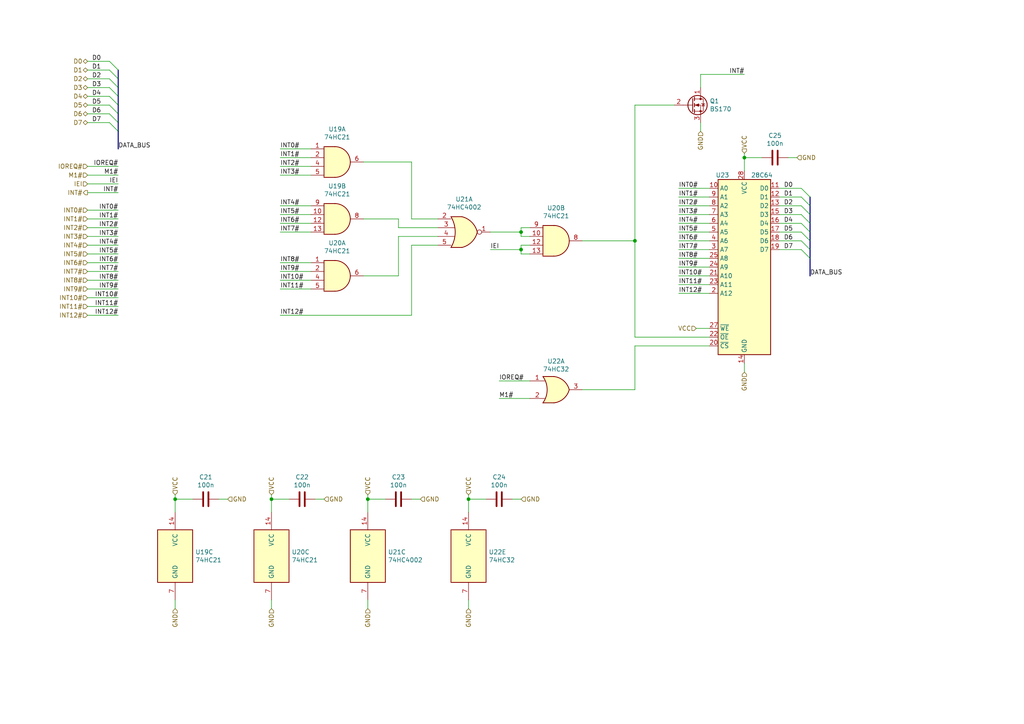
<source format=kicad_sch>
(kicad_sch (version 20211123) (generator eeschema)
  (paper "A4")
  (title_block (title "ZComputer I/O Interrupts control") (date "2021-10-14") (rev "v1.2") (company "Maxime Chretien") (comment 1 "mchretien@linuxmail.org"))
  (lib_symbols
    (symbol "Device:C" (pin_numbers hide) (pin_names (offset 0.254))
      (property "Reference" "C" (at 0.635 2.54 0))
      (property "Value" "C" (at 0.635 -2.54 0))
      (symbol "C_0_1"
        (polyline (pts (xy -2.032 -0.762) (xy 2.032 -0.762)) (stroke (width 0.508)))
        (polyline (pts (xy -2.032 0.762) (xy 2.032 0.762)) (stroke (width 0.508)))
      )
      (symbol "C_1_1"
        (pin passive line (at 0 3.81 270) (length 2.794) (name "~") (number "1"))
        (pin passive line (at 0 -3.81 90) (length 2.794) (name "~") (number "2"))
      )
    )
    (symbol "Perso:28C64"
      (property "Reference" "U" (at -7.62 26.67 0))
      (property "Value" "28C64" (at 2.54 -26.67 0))
      (symbol "28C64_1_1"
        (rectangle (start -7.62 25.4) (end 7.62 -25.4) (stroke (width 0.254)) (fill (type background)))
        (pin no_connect line (at -10.16 -12.7 0) (length 2.54) hide (name "A14") (number "1"))
        (pin input line (at -10.16 22.86 0) (length 2.54) (name "A0") (number "10"))
        (pin tri_state line (at 10.16 22.86 180) (length 2.54) (name "D0") (number "11"))
        (pin tri_state line (at 10.16 20.32 180) (length 2.54) (name "D1") (number "12"))
        (pin tri_state line (at 10.16 17.78 180) (length 2.54) (name "D2") (number "13"))
        (pin power_in line (at 0 -27.94 90) (length 2.54) (name "GND") (number "14"))
        (pin tri_state line (at 10.16 15.24 180) (length 2.54) (name "D3") (number "15"))
        (pin tri_state line (at 10.16 12.7 180) (length 2.54) (name "D4") (number "16"))
        (pin tri_state line (at 10.16 10.16 180) (length 2.54) (name "D5") (number "17"))
        (pin tri_state line (at 10.16 7.62 180) (length 2.54) (name "D6") (number "18"))
        (pin tri_state line (at 10.16 5.08 180) (length 2.54) (name "D7") (number "19"))
        (pin input line (at -10.16 -7.62 0) (length 2.54) (name "A12") (number "2"))
        (pin input line (at -10.16 -22.86 0) (length 2.54) (name "~{CS}") (number "20"))
        (pin input line (at -10.16 -2.54 0) (length 2.54) (name "A10") (number "21"))
        (pin input line (at -10.16 -20.32 0) (length 2.54) (name "~{OE}") (number "22"))
        (pin input line (at -10.16 -5.08 0) (length 2.54) (name "A11") (number "23"))
        (pin input line (at -10.16 0 0) (length 2.54) (name "A9") (number "24"))
        (pin input line (at -10.16 2.54 0) (length 2.54) (name "A8") (number "25"))
        (pin no_connect line (at -10.16 -10.16 0) (length 2.54) hide (name "A13") (number "26"))
        (pin input line (at -10.16 -17.78 0) (length 2.54) (name "~{WE}") (number "27"))
        (pin power_in line (at 0 27.94 270) (length 2.54) (name "VCC") (number "28"))
        (pin input line (at -10.16 5.08 0) (length 2.54) (name "A7") (number "3"))
        (pin input line (at -10.16 7.62 0) (length 2.54) (name "A6") (number "4"))
        (pin input line (at -10.16 10.16 0) (length 2.54) (name "A5") (number "5"))
        (pin input line (at -10.16 12.7 0) (length 2.54) (name "A4") (number "6"))
        (pin input line (at -10.16 15.24 0) (length 2.54) (name "A3") (number "7"))
        (pin input line (at -10.16 17.78 0) (length 2.54) (name "A2") (number "8"))
        (pin input line (at -10.16 20.32 0) (length 2.54) (name "A1") (number "9"))
      )
    )
    (symbol "Perso:74HC21" (pin_names (offset 1.016))
      (property "Reference" "U" (at 0 1.27 0))
      (property "Value" "74HC21" (at 0 -1.27 0))
      (symbol "74HC21_1_1"
        (arc (start -0.635 -4.445) (mid 3.81 0) (end -0.635 4.445) (stroke (width 0.254)) (fill (type background)))
        (polyline (pts (xy -0.635 4.445) (xy -3.81 4.445) (xy -3.81 -4.445) (xy -0.635 -4.445)) (stroke (width 0.254)) (fill (type background)))
        (pin input line (at -7.62 3.81 0) (length 3.81) (name "~") (number "1"))
        (pin input line (at -7.62 1.27 0) (length 3.81) (name "~") (number "2"))
        (pin input line (at -7.62 -1.27 0) (length 3.81) (name "~") (number "4"))
        (pin input line (at -7.62 -3.81 0) (length 3.81) (name "~") (number "5"))
        (pin output line (at 7.62 0 180) (length 3.81) (name "~") (number "6"))
      )
      (symbol "74HC21_1_2"
        (arc (start -3.81 -4.445) (mid -2.5908 0) (end -3.81 4.445) (stroke (width 0.254)))
        (arc (start -0.6096 -4.445) (mid 2.224 -2.8428) (end 3.81 0) (stroke (width 0.254)) (fill (type background)))
        (polyline (pts (xy -3.81 -4.445) (xy -0.635 -4.445)) (stroke (width 0.254)) (fill (type background)))
        (polyline (pts (xy -3.81 4.445) (xy -0.635 4.445)) (stroke (width 0.254)) (fill (type background)))
        (polyline (pts (xy -0.635 4.445) (xy -3.81 4.445) (xy -3.81 4.445) (xy -3.6322 4.0894) (xy -3.0988 2.921) (xy -2.7686 1.6764) (xy -2.6162 0.4318) (xy -2.6416 -0.8636) (xy -2.8702 -2.1082) (xy -3.2512 -3.3274) (xy -3.81 -4.445) (xy -3.81 -4.445) (xy -0.635 -4.445)) (stroke (width -25.4)) (fill (type background)))
        (arc (start 3.81 0) (mid 2.2198 2.8385) (end -0.6096 4.445) (stroke (width 0.254)) (fill (type background)))
        (pin input inverted (at -7.62 3.81 0) (length 3.81) (name "~") (number "1"))
        (pin input inverted (at -7.62 1.27 0) (length 4.826) (name "~") (number "2"))
        (pin input inverted (at -7.62 -1.27 0) (length 4.826) (name "~") (number "4"))
        (pin input inverted (at -7.62 -3.81 0) (length 3.81) (name "~") (number "5"))
        (pin output inverted (at 7.62 0 180) (length 3.81) (name "~") (number "6"))
      )
      (symbol "74HC21_2_1"
        (arc (start -0.635 -4.445) (mid 3.81 0) (end -0.635 4.445) (stroke (width 0.254)) (fill (type background)))
        (polyline (pts (xy -0.635 4.445) (xy -3.81 4.445) (xy -3.81 -4.445) (xy -0.635 -4.445)) (stroke (width 0.254)) (fill (type background)))
        (pin input line (at -7.62 1.27 0) (length 3.81) (name "~") (number "10"))
        (pin input line (at -7.62 -1.27 0) (length 3.81) (name "~") (number "12"))
        (pin input line (at -7.62 -3.81 0) (length 3.81) (name "~") (number "13"))
        (pin output line (at 7.62 0 180) (length 3.81) (name "~") (number "8"))
        (pin input line (at -7.62 3.81 0) (length 3.81) (name "~") (number "9"))
      )
      (symbol "74HC21_2_2"
        (arc (start -3.81 -4.445) (mid -2.5908 0) (end -3.81 4.445) (stroke (width 0.254)))
        (arc (start -0.6096 -4.445) (mid 2.224 -2.8428) (end 3.81 0) (stroke (width 0.254)) (fill (type background)))
        (polyline (pts (xy -3.81 -4.445) (xy -0.635 -4.445)) (stroke (width 0.254)) (fill (type background)))
        (polyline (pts (xy -3.81 4.445) (xy -0.635 4.445)) (stroke (width 0.254)) (fill (type background)))
        (polyline (pts (xy -0.635 4.445) (xy -3.81 4.445) (xy -3.81 4.445) (xy -3.6322 4.0894) (xy -3.0988 2.921) (xy -2.7686 1.6764) (xy -2.6162 0.4318) (xy -2.6416 -0.8636) (xy -2.8702 -2.1082) (xy -3.2512 -3.3274) (xy -3.81 -4.445) (xy -3.81 -4.445) (xy -0.635 -4.445)) (stroke (width -25.4)) (fill (type background)))
        (arc (start 3.81 0) (mid 2.2198 2.8385) (end -0.6096 4.445) (stroke (width 0.254)) (fill (type background)))
        (pin input inverted (at -7.62 1.27 0) (length 4.826) (name "~") (number "10"))
        (pin input inverted (at -7.62 -1.27 0) (length 4.826) (name "~") (number "12"))
        (pin input inverted (at -7.62 -3.81 0) (length 3.81) (name "~") (number "13"))
        (pin output inverted (at 7.62 0 180) (length 3.81) (name "~") (number "8"))
        (pin input inverted (at -7.62 3.81 0) (length 3.81) (name "~") (number "9"))
      )
      (symbol "74HC21_3_0"
        (pin power_in line (at 0 12.7 270) (length 5.08) (name "VCC") (number "14"))
        (pin power_in line (at 0 -12.7 90) (length 5.08) (name "GND") (number "7"))
      )
      (symbol "74HC21_3_1"
        (rectangle (start -5.08 7.62) (end 5.08 -7.62) (stroke (width 0.254)) (fill (type background)))
      )
    )
    (symbol "Perso:74HC32" (pin_names (offset 1.016))
      (property "Reference" "U" (at 0 1.27 0))
      (property "Value" "74HC32" (at 0 -1.27 0))
      (symbol "74HC32_1_1"
        (arc (start -3.81 -3.81) (mid -2.589 0) (end -3.81 3.81) (stroke (width 0.254)))
        (arc (start -0.6096 -3.81) (mid 2.1855 -2.584) (end 3.81 0) (stroke (width 0.254)) (fill (type background)))
        (polyline (pts (xy -3.81 -3.81) (xy -0.635 -3.81)) (stroke (width 0.254)) (fill (type background)))
        (polyline (pts (xy -3.81 3.81) (xy -0.635 3.81)) (stroke (width 0.254)) (fill (type background)))
        (polyline (pts (xy -0.635 3.81) (xy -3.81 3.81) (xy -3.81 3.81) (xy -3.556 3.4036) (xy -3.0226 2.2606) (xy -2.6924 1.0414) (xy -2.6162 -0.254) (xy -2.7686 -1.4986) (xy -3.175 -2.7178) (xy -3.81 -3.81) (xy -3.81 -3.81) (xy -0.635 -3.81)) (stroke (width -25.4)) (fill (type background)))
        (arc (start 3.81 0) (mid 2.1928 2.5925) (end -0.6096 3.81) (stroke (width 0.254)) (fill (type background)))
        (pin input line (at -7.62 2.54 0) (length 4.318) (name "~") (number "1"))
        (pin input line (at -7.62 -2.54 0) (length 4.318) (name "~") (number "2"))
        (pin output line (at 7.62 0 180) (length 3.81) (name "~") (number "3"))
      )
      (symbol "74HC32_1_2"
        (arc (start 0 -3.81) (mid 3.81 0) (end 0 3.81) (stroke (width 0.254)) (fill (type background)))
        (polyline (pts (xy 0 3.81) (xy -3.81 3.81) (xy -3.81 -3.81) (xy 0 -3.81)) (stroke (width 0.254)) (fill (type background)))
        (pin input inverted (at -7.62 2.54 0) (length 3.81) (name "~") (number "1"))
        (pin input inverted (at -7.62 -2.54 0) (length 3.81) (name "~") (number "2"))
        (pin output inverted (at 7.62 0 180) (length 3.81) (name "~") (number "3"))
      )
      (symbol "74HC32_2_1"
        (arc (start -3.81 -3.81) (mid -2.589 0) (end -3.81 3.81) (stroke (width 0.254)))
        (arc (start -0.6096 -3.81) (mid 2.1855 -2.584) (end 3.81 0) (stroke (width 0.254)) (fill (type background)))
        (polyline (pts (xy -3.81 -3.81) (xy -0.635 -3.81)) (stroke (width 0.254)) (fill (type background)))
        (polyline (pts (xy -3.81 3.81) (xy -0.635 3.81)) (stroke (width 0.254)) (fill (type background)))
        (polyline (pts (xy -0.635 3.81) (xy -3.81 3.81) (xy -3.81 3.81) (xy -3.556 3.4036) (xy -3.0226 2.2606) (xy -2.6924 1.0414) (xy -2.6162 -0.254) (xy -2.7686 -1.4986) (xy -3.175 -2.7178) (xy -3.81 -3.81) (xy -3.81 -3.81) (xy -0.635 -3.81)) (stroke (width -25.4)) (fill (type background)))
        (arc (start 3.81 0) (mid 2.1928 2.5925) (end -0.6096 3.81) (stroke (width 0.254)) (fill (type background)))
        (pin input line (at -7.62 2.54 0) (length 4.318) (name "~") (number "4"))
        (pin input line (at -7.62 -2.54 0) (length 4.318) (name "~") (number "5"))
        (pin output line (at 7.62 0 180) (length 3.81) (name "~") (number "6"))
      )
      (symbol "74HC32_2_2"
        (arc (start 0 -3.81) (mid 3.81 0) (end 0 3.81) (stroke (width 0.254)) (fill (type background)))
        (polyline (pts (xy 0 3.81) (xy -3.81 3.81) (xy -3.81 -3.81) (xy 0 -3.81)) (stroke (width 0.254)) (fill (type background)))
        (pin input inverted (at -7.62 2.54 0) (length 3.81) (name "~") (number "4"))
        (pin input inverted (at -7.62 -2.54 0) (length 3.81) (name "~") (number "5"))
        (pin output inverted (at 7.62 0 180) (length 3.81) (name "~") (number "6"))
      )
      (symbol "74HC32_3_1"
        (arc (start -3.81 -3.81) (mid -2.589 0) (end -3.81 3.81) (stroke (width 0.254)))
        (arc (start -0.6096 -3.81) (mid 2.1855 -2.584) (end 3.81 0) (stroke (width 0.254)) (fill (type background)))
        (polyline (pts (xy -3.81 -3.81) (xy -0.635 -3.81)) (stroke (width 0.254)) (fill (type background)))
        (polyline (pts (xy -3.81 3.81) (xy -0.635 3.81)) (stroke (width 0.254)) (fill (type background)))
        (polyline (pts (xy -0.635 3.81) (xy -3.81 3.81) (xy -3.81 3.81) (xy -3.556 3.4036) (xy -3.0226 2.2606) (xy -2.6924 1.0414) (xy -2.6162 -0.254) (xy -2.7686 -1.4986) (xy -3.175 -2.7178) (xy -3.81 -3.81) (xy -3.81 -3.81) (xy -0.635 -3.81)) (stroke (width -25.4)) (fill (type background)))
        (arc (start 3.81 0) (mid 2.1928 2.5925) (end -0.6096 3.81) (stroke (width 0.254)) (fill (type background)))
        (pin input line (at -7.62 -2.54 0) (length 4.318) (name "~") (number "10"))
        (pin output line (at 7.62 0 180) (length 3.81) (name "~") (number "8"))
        (pin input line (at -7.62 2.54 0) (length 4.318) (name "~") (number "9"))
      )
      (symbol "74HC32_3_2"
        (arc (start 0 -3.81) (mid 3.81 0) (end 0 3.81) (stroke (width 0.254)) (fill (type background)))
        (polyline (pts (xy 0 3.81) (xy -3.81 3.81) (xy -3.81 -3.81) (xy 0 -3.81)) (stroke (width 0.254)) (fill (type background)))
        (pin input inverted (at -7.62 -2.54 0) (length 3.81) (name "~") (number "10"))
        (pin output inverted (at 7.62 0 180) (length 3.81) (name "~") (number "8"))
        (pin input inverted (at -7.62 2.54 0) (length 3.81) (name "~") (number "9"))
      )
      (symbol "74HC32_4_1"
        (arc (start -3.81 -3.81) (mid -2.589 0) (end -3.81 3.81) (stroke (width 0.254)))
        (arc (start -0.6096 -3.81) (mid 2.1855 -2.584) (end 3.81 0) (stroke (width 0.254)) (fill (type background)))
        (polyline (pts (xy -3.81 -3.81) (xy -0.635 -3.81)) (stroke (width 0.254)) (fill (type background)))
        (polyline (pts (xy -3.81 3.81) (xy -0.635 3.81)) (stroke (width 0.254)) (fill (type background)))
        (polyline (pts (xy -0.635 3.81) (xy -3.81 3.81) (xy -3.81 3.81) (xy -3.556 3.4036) (xy -3.0226 2.2606) (xy -2.6924 1.0414) (xy -2.6162 -0.254) (xy -2.7686 -1.4986) (xy -3.175 -2.7178) (xy -3.81 -3.81) (xy -3.81 -3.81) (xy -0.635 -3.81)) (stroke (width -25.4)) (fill (type background)))
        (arc (start 3.81 0) (mid 2.1928 2.5925) (end -0.6096 3.81) (stroke (width 0.254)) (fill (type background)))
        (pin output line (at 7.62 0 180) (length 3.81) (name "~") (number "11"))
        (pin input line (at -7.62 2.54 0) (length 4.318) (name "~") (number "12"))
        (pin input line (at -7.62 -2.54 0) (length 4.318) (name "~") (number "13"))
      )
      (symbol "74HC32_4_2"
        (arc (start 0 -3.81) (mid 3.81 0) (end 0 3.81) (stroke (width 0.254)) (fill (type background)))
        (polyline (pts (xy 0 3.81) (xy -3.81 3.81) (xy -3.81 -3.81) (xy 0 -3.81)) (stroke (width 0.254)) (fill (type background)))
        (pin output inverted (at 7.62 0 180) (length 3.81) (name "~") (number "11"))
        (pin input inverted (at -7.62 2.54 0) (length 3.81) (name "~") (number "12"))
        (pin input inverted (at -7.62 -2.54 0) (length 3.81) (name "~") (number "13"))
      )
      (symbol "74HC32_5_0"
        (pin power_in line (at 0 12.7 270) (length 5.08) (name "VCC") (number "14"))
        (pin power_in line (at 0 -12.7 90) (length 5.08) (name "GND") (number "7"))
      )
      (symbol "74HC32_5_1"
        (rectangle (start -5.08 7.62) (end 5.08 -7.62) (stroke (width 0.254)) (fill (type background)))
      )
    )
    (symbol "Perso:74HC4002" (pin_names (offset 1.016))
      (property "Reference" "U" (at 0 1.27 0))
      (property "Value" "74HC4002" (at 0 -1.27 0))
      (symbol "74HC4002_1_1"
        (arc (start -3.81 -4.445) (mid -2.5908 0) (end -3.81 4.445) (stroke (width 0.254)))
        (arc (start -0.6096 -4.445) (mid 2.224 -2.8428) (end 3.81 0) (stroke (width 0.254)) (fill (type background)))
        (polyline (pts (xy -3.81 -4.445) (xy -0.635 -4.445)) (stroke (width 0.254)) (fill (type background)))
        (polyline (pts (xy -3.81 4.445) (xy -0.635 4.445)) (stroke (width 0.254)) (fill (type background)))
        (polyline (pts (xy -0.635 4.445) (xy -3.81 4.445) (xy -3.81 4.445) (xy -3.6322 4.0894) (xy -3.0988 2.921) (xy -2.7686 1.6764) (xy -2.6162 0.4318) (xy -2.6416 -0.8636) (xy -2.8702 -2.1082) (xy -3.2512 -3.3274) (xy -3.81 -4.445) (xy -3.81 -4.445) (xy -0.635 -4.445)) (stroke (width -25.4)) (fill (type background)))
        (arc (start 3.81 0) (mid 2.2198 2.8385) (end -0.6096 4.445) (stroke (width 0.254)) (fill (type background)))
        (pin output inverted (at 7.62 0 180) (length 3.81) (name "~") (number "1"))
        (pin input line (at -7.62 3.81 0) (length 3.81) (name "~") (number "2"))
        (pin input line (at -7.62 1.27 0) (length 4.826) (name "~") (number "3"))
        (pin input line (at -7.62 -1.27 0) (length 4.826) (name "~") (number "4"))
        (pin input line (at -7.62 -3.81 0) (length 3.81) (name "~") (number "5"))
      )
      (symbol "74HC4002_1_2"
        (arc (start -0.635 -4.445) (mid 3.81 0) (end -0.635 4.445) (stroke (width 0.254)) (fill (type background)))
        (polyline (pts (xy -0.635 4.445) (xy -3.81 4.445) (xy -3.81 -4.445) (xy -0.635 -4.445)) (stroke (width 0.254)) (fill (type background)))
        (pin output line (at 7.62 0 180) (length 3.81) (name "~") (number "1"))
        (pin input inverted (at -7.62 3.81 0) (length 3.81) (name "~") (number "2"))
        (pin input inverted (at -7.62 1.27 0) (length 3.81) (name "~") (number "3"))
        (pin input inverted (at -7.62 -1.27 0) (length 3.81) (name "~") (number "4"))
        (pin input inverted (at -7.62 -3.81 0) (length 3.81) (name "~") (number "5"))
      )
      (symbol "74HC4002_2_1"
        (arc (start -3.81 -4.445) (mid -2.5908 0) (end -3.81 4.445) (stroke (width 0.254)))
        (arc (start -0.6096 -4.445) (mid 2.224 -2.8428) (end 3.81 0) (stroke (width 0.254)) (fill (type background)))
        (polyline (pts (xy -3.81 -4.445) (xy -0.635 -4.445)) (stroke (width 0.254)) (fill (type background)))
        (polyline (pts (xy -3.81 4.445) (xy -0.635 4.445)) (stroke (width 0.254)) (fill (type background)))
        (polyline (pts (xy -0.635 4.445) (xy -3.81 4.445) (xy -3.81 4.445) (xy -3.6322 4.0894) (xy -3.0988 2.921) (xy -2.7686 1.6764) (xy -2.6162 0.4318) (xy -2.6416 -0.8636) (xy -2.8702 -2.1082) (xy -3.2512 -3.3274) (xy -3.81 -4.445) (xy -3.81 -4.445) (xy -0.635 -4.445)) (stroke (width -25.4)) (fill (type background)))
        (arc (start 3.81 0) (mid 2.2198 2.8385) (end -0.6096 4.445) (stroke (width 0.254)) (fill (type background)))
        (pin input line (at -7.62 1.27 0) (length 4.826) (name "~") (number "10"))
        (pin input line (at -7.62 -1.27 0) (length 4.826) (name "~") (number "11"))
        (pin input line (at -7.62 -3.81 0) (length 3.81) (name "~") (number "12"))
        (pin output inverted (at 7.62 0 180) (length 3.81) (name "~") (number "13"))
        (pin input line (at -7.62 3.81 0) (length 3.81) (name "~") (number "9"))
      )
      (symbol "74HC4002_2_2"
        (arc (start -0.635 -4.445) (mid 3.81 0) (end -0.635 4.445) (stroke (width 0.254)) (fill (type background)))
        (polyline (pts (xy -0.635 4.445) (xy -3.81 4.445) (xy -3.81 -4.445) (xy -0.635 -4.445)) (stroke (width 0.254)) (fill (type background)))
        (pin input inverted (at -7.62 1.27 0) (length 3.81) (name "~") (number "10"))
        (pin input inverted (at -7.62 -1.27 0) (length 3.81) (name "~") (number "11"))
        (pin input inverted (at -7.62 -3.81 0) (length 3.81) (name "~") (number "12"))
        (pin output line (at 7.62 0 180) (length 3.81) (name "~") (number "13"))
        (pin input inverted (at -7.62 3.81 0) (length 3.81) (name "~") (number "9"))
      )
      (symbol "74HC4002_3_0"
        (pin power_in line (at 0 12.7 270) (length 5.08) (name "VCC") (number "14"))
        (pin power_in line (at 0 -12.7 90) (length 5.08) (name "GND") (number "7"))
      )
      (symbol "74HC4002_3_1"
        (rectangle (start -5.08 7.62) (end 5.08 -7.62) (stroke (width 0.254)) (fill (type background)))
      )
    )
    (symbol "Transistor_FET:BS170" (pin_names hide)
      (property "Reference" "Q" (at 5.08 1.905 0))
      (property "Value" "BS170" (at 5.08 0 0))
      (symbol "BS170_0_1"
        (polyline (pts (xy 0.254 0) (xy -2.54 0)))
        (polyline (pts (xy 0.254 1.905) (xy 0.254 -1.905)) (stroke (width 0.254)))
        (polyline (pts (xy 0.762 -1.27) (xy 0.762 -2.286)) (stroke (width 0.254)))
        (polyline (pts (xy 0.762 0.508) (xy 0.762 -0.508)) (stroke (width 0.254)))
        (polyline (pts (xy 0.762 2.286) (xy 0.762 1.27)) (stroke (width 0.254)))
        (polyline (pts (xy 2.54 2.54) (xy 2.54 1.778)))
        (polyline (pts (xy 2.54 -2.54) (xy 2.54 0) (xy 0.762 0)))
        (polyline (pts (xy 0.762 -1.778) (xy 3.302 -1.778) (xy 3.302 1.778) (xy 0.762 1.778)))
        (polyline (pts (xy 1.016 0) (xy 2.032 0.381) (xy 2.032 -0.381) (xy 1.016 0)) (fill (type outline)))
        (polyline (pts (xy 2.794 0.508) (xy 2.921 0.381) (xy 3.683 0.381) (xy 3.81 0.254)))
        (polyline (pts (xy 3.302 0.381) (xy 2.921 -0.254) (xy 3.683 -0.254) (xy 3.302 0.381)))
        (circle (center 1.651 0) (radius 2.794) (stroke (width 0.254)))
        (circle (center 2.54 -1.778) (radius 0.254) (fill (type outline)))
        (circle (center 2.54 1.778) (radius 0.254) (fill (type outline)))
      )
      (symbol "BS170_1_1"
        (pin passive line (at 2.54 5.08 270) (length 2.54) (name "D") (number "1"))
        (pin input line (at -5.08 0 0) (length 2.54) (name "G") (number "2"))
        (pin passive line (at 2.54 -5.08 90) (length 2.54) (name "S") (number "3"))
      )
    )
  )
  (junction (at 215.9 45.72))
  (junction (at 106.68 144.78))
  (junction (at 78.74 144.78))
  (junction (at 50.8 144.78))
  (junction (at 135.89 144.78))
  (junction (at 184.15 69.85))
  (junction (at 151.13 72.39))
  (junction (at 151.13 67.31))
  (bus_entry (at 232.41 57.15) (size 2.54 2.54))
  (bus_entry (at 232.41 64.77) (size 2.54 2.54))
  (bus_entry (at 232.41 67.31) (size 2.54 2.54))
  (bus_entry (at 232.41 69.85) (size 2.54 2.54))
  (bus_entry (at 31.75 33.02) (size 2.54 2.54))
  (bus_entry (at 31.75 27.94) (size 2.54 2.54))
  (bus_entry (at 31.75 17.78) (size 2.54 2.54))
  (bus_entry (at 31.75 22.86) (size 2.54 2.54))
  (bus_entry (at 232.41 59.69) (size 2.54 2.54))
  (bus_entry (at 31.75 25.4) (size 2.54 2.54))
  (bus_entry (at 31.75 20.32) (size 2.54 2.54))
  (bus_entry (at 232.41 54.61) (size 2.54 2.54))
  (bus_entry (at 232.41 62.23) (size 2.54 2.54))
  (bus_entry (at 232.41 72.39) (size 2.54 2.54))
  (bus_entry (at 31.75 30.48) (size 2.54 2.54))
  (bus_entry (at 31.75 35.56) (size 2.54 2.54))
  (wire (pts (xy 25.4 63.5) (xy 34.29 63.5)))
  (wire (pts (xy 151.13 67.31) (xy 142.24 67.31)))
  (wire (pts (xy 25.4 35.56) (xy 31.75 35.56)))
  (wire (pts (xy 31.75 17.78) (xy 25.4 17.78)))
  (wire (pts (xy 25.4 50.8) (xy 34.29 50.8)))
  (wire (pts (xy 151.13 68.58) (xy 151.13 67.31)))
  (wire (pts (xy 106.68 143.51) (xy 106.68 144.78)))
  (wire (pts (xy 151.13 66.04) (xy 153.67 66.04)))
  (wire (pts (xy 105.41 46.99) (xy 119.38 46.99)))
  (wire (pts (xy 232.41 54.61) (xy 226.06 54.61)))
  (wire (pts (xy 90.17 50.8) (xy 81.28 50.8)))
  (wire (pts (xy 25.4 78.74) (xy 34.29 78.74)))
  (wire (pts (xy 90.17 59.69) (xy 81.28 59.69)))
  (wire (pts (xy 215.9 44.45) (xy 215.9 45.72)))
  (wire (pts (xy 25.4 91.44) (xy 34.29 91.44)))
  (bus (pts (xy 34.29 27.94) (xy 34.29 30.48)))
  (wire (pts (xy 63.5 144.78) (xy 66.04 144.78)))
  (wire (pts (xy 111.76 144.78) (xy 106.68 144.78)))
  (wire (pts (xy 25.4 25.4) (xy 31.75 25.4)))
  (bus (pts (xy 234.95 72.39) (xy 234.95 74.93)))
  (bus (pts (xy 34.29 30.48) (xy 34.29 33.02)))
  (wire (pts (xy 78.74 143.51) (xy 78.74 144.78)))
  (wire (pts (xy 25.4 71.12) (xy 34.29 71.12)))
  (wire (pts (xy 25.4 66.04) (xy 34.29 66.04)))
  (wire (pts (xy 205.74 85.09) (xy 196.85 85.09)))
  (wire (pts (xy 184.15 113.03) (xy 168.91 113.03)))
  (wire (pts (xy 83.82 144.78) (xy 78.74 144.78)))
  (wire (pts (xy 25.4 81.28) (xy 34.29 81.28)))
  (wire (pts (xy 151.13 67.31) (xy 151.13 66.04)))
  (wire (pts (xy 115.57 68.58) (xy 127 68.58)))
  (wire (pts (xy 226.06 64.77) (xy 232.41 64.77)))
  (wire (pts (xy 226.06 69.85) (xy 232.41 69.85)))
  (wire (pts (xy 184.15 30.48) (xy 184.15 69.85)))
  (wire (pts (xy 140.97 144.78) (xy 135.89 144.78)))
  (wire (pts (xy 34.29 48.26) (xy 25.4 48.26)))
  (bus (pts (xy 34.29 35.56) (xy 34.29 38.1)))
  (wire (pts (xy 25.4 88.9) (xy 34.29 88.9)))
  (wire (pts (xy 226.06 59.69) (xy 232.41 59.69)))
  (wire (pts (xy 144.78 110.49) (xy 153.67 110.49)))
  (wire (pts (xy 205.74 72.39) (xy 196.85 72.39)))
  (wire (pts (xy 205.74 57.15) (xy 196.85 57.15)))
  (wire (pts (xy 90.17 76.2) (xy 81.28 76.2)))
  (bus (pts (xy 234.95 74.93) (xy 234.95 80.01)))
  (wire (pts (xy 119.38 144.78) (xy 121.92 144.78)))
  (wire (pts (xy 135.89 173.99) (xy 135.89 176.53)))
  (wire (pts (xy 25.4 55.88) (xy 34.29 55.88)))
  (wire (pts (xy 25.4 76.2) (xy 34.29 76.2)))
  (wire (pts (xy 90.17 45.72) (xy 81.28 45.72)))
  (wire (pts (xy 205.74 80.01) (xy 196.85 80.01)))
  (wire (pts (xy 151.13 72.39) (xy 142.24 72.39)))
  (wire (pts (xy 50.8 143.51) (xy 50.8 144.78)))
  (wire (pts (xy 226.06 62.23) (xy 232.41 62.23)))
  (wire (pts (xy 90.17 81.28) (xy 81.28 81.28)))
  (wire (pts (xy 115.57 80.01) (xy 115.57 68.58)))
  (wire (pts (xy 119.38 71.12) (xy 119.38 91.44)))
  (bus (pts (xy 234.95 64.77) (xy 234.95 67.31)))
  (wire (pts (xy 203.2 21.59) (xy 215.9 21.59)))
  (wire (pts (xy 195.58 30.48) (xy 184.15 30.48)))
  (wire (pts (xy 205.74 54.61) (xy 196.85 54.61)))
  (wire (pts (xy 127 66.04) (xy 115.57 66.04)))
  (wire (pts (xy 90.17 67.31) (xy 81.28 67.31)))
  (wire (pts (xy 148.59 144.78) (xy 151.13 144.78)))
  (wire (pts (xy 115.57 66.04) (xy 115.57 63.5)))
  (wire (pts (xy 205.74 69.85) (xy 196.85 69.85)))
  (wire (pts (xy 168.91 69.85) (xy 184.15 69.85)))
  (wire (pts (xy 90.17 48.26) (xy 81.28 48.26)))
  (wire (pts (xy 220.98 45.72) (xy 215.9 45.72)))
  (wire (pts (xy 90.17 62.23) (xy 81.28 62.23)))
  (wire (pts (xy 203.2 35.56) (xy 203.2 38.1)))
  (wire (pts (xy 25.4 33.02) (xy 31.75 33.02)))
  (wire (pts (xy 205.74 74.93) (xy 196.85 74.93)))
  (bus (pts (xy 34.29 33.02) (xy 34.29 35.56)))
  (wire (pts (xy 105.41 80.01) (xy 115.57 80.01)))
  (wire (pts (xy 205.74 62.23) (xy 196.85 62.23)))
  (wire (pts (xy 78.74 144.78) (xy 78.74 148.59)))
  (wire (pts (xy 226.06 72.39) (xy 232.41 72.39)))
  (wire (pts (xy 106.68 144.78) (xy 106.68 148.59)))
  (wire (pts (xy 55.88 144.78) (xy 50.8 144.78)))
  (bus (pts (xy 234.95 67.31) (xy 234.95 69.85)))
  (wire (pts (xy 90.17 83.82) (xy 81.28 83.82)))
  (wire (pts (xy 115.57 63.5) (xy 105.41 63.5)))
  (wire (pts (xy 226.06 67.31) (xy 232.41 67.31)))
  (wire (pts (xy 184.15 97.79) (xy 205.74 97.79)))
  (wire (pts (xy 153.67 73.66) (xy 151.13 73.66)))
  (wire (pts (xy 78.74 173.99) (xy 78.74 176.53)))
  (wire (pts (xy 205.74 77.47) (xy 196.85 77.47)))
  (wire (pts (xy 153.67 71.12) (xy 151.13 71.12)))
  (wire (pts (xy 25.4 83.82) (xy 34.29 83.82)))
  (bus (pts (xy 34.29 20.32) (xy 34.29 22.86)))
  (wire (pts (xy 25.4 86.36) (xy 34.29 86.36)))
  (wire (pts (xy 90.17 43.18) (xy 81.28 43.18)))
  (wire (pts (xy 228.6 45.72) (xy 231.14 45.72)))
  (wire (pts (xy 119.38 46.99) (xy 119.38 63.5)))
  (wire (pts (xy 135.89 144.78) (xy 135.89 148.59)))
  (wire (pts (xy 205.74 95.25) (xy 201.93 95.25)))
  (wire (pts (xy 25.4 53.34) (xy 34.29 53.34)))
  (wire (pts (xy 25.4 30.48) (xy 31.75 30.48)))
  (wire (pts (xy 153.67 68.58) (xy 151.13 68.58)))
  (wire (pts (xy 25.4 73.66) (xy 34.29 73.66)))
  (bus (pts (xy 34.29 22.86) (xy 34.29 25.4)))
  (wire (pts (xy 50.8 144.78) (xy 50.8 148.59)))
  (bus (pts (xy 234.95 62.23) (xy 234.95 64.77)))
  (wire (pts (xy 226.06 57.15) (xy 232.41 57.15)))
  (wire (pts (xy 205.74 100.33) (xy 184.15 100.33)))
  (wire (pts (xy 91.44 144.78) (xy 93.98 144.78)))
  (wire (pts (xy 25.4 60.96) (xy 34.29 60.96)))
  (wire (pts (xy 106.68 173.99) (xy 106.68 176.53)))
  (wire (pts (xy 25.4 20.32) (xy 31.75 20.32)))
  (wire (pts (xy 153.67 115.57) (xy 144.78 115.57)))
  (wire (pts (xy 205.74 59.69) (xy 196.85 59.69)))
  (wire (pts (xy 90.17 64.77) (xy 81.28 64.77)))
  (wire (pts (xy 119.38 63.5) (xy 127 63.5)))
  (wire (pts (xy 81.28 91.44) (xy 119.38 91.44)))
  (bus (pts (xy 234.95 59.69) (xy 234.95 62.23)))
  (wire (pts (xy 184.15 69.85) (xy 184.15 97.79)))
  (bus (pts (xy 234.95 57.15) (xy 234.95 59.69)))
  (wire (pts (xy 151.13 73.66) (xy 151.13 72.39)))
  (wire (pts (xy 25.4 27.94) (xy 31.75 27.94)))
  (wire (pts (xy 215.9 105.41) (xy 215.9 107.95)))
  (wire (pts (xy 135.89 143.51) (xy 135.89 144.78)))
  (wire (pts (xy 205.74 82.55) (xy 196.85 82.55)))
  (wire (pts (xy 25.4 68.58) (xy 34.29 68.58)))
  (bus (pts (xy 234.95 69.85) (xy 234.95 72.39)))
  (wire (pts (xy 127 71.12) (xy 119.38 71.12)))
  (wire (pts (xy 25.4 22.86) (xy 31.75 22.86)))
  (wire (pts (xy 205.74 64.77) (xy 196.85 64.77)))
  (wire (pts (xy 50.8 173.99) (xy 50.8 176.53)))
  (wire (pts (xy 203.2 21.59) (xy 203.2 25.4)))
  (bus (pts (xy 34.29 38.1) (xy 34.29 43.18)))
  (wire (pts (xy 151.13 71.12) (xy 151.13 72.39)))
  (bus (pts (xy 34.29 25.4) (xy 34.29 27.94)))
  (wire (pts (xy 215.9 45.72) (xy 215.9 49.53)))
  (wire (pts (xy 184.15 100.33) (xy 184.15 113.03)))
  (wire (pts (xy 205.74 67.31) (xy 196.85 67.31)))
  (wire (pts (xy 90.17 78.74) (xy 81.28 78.74)))
  (label "INT10#" (at 34.29 86.36 180))
  (label "D2" (at 227.33 59.69 0))
  (label "INT11#" (at 196.85 82.55 0))
  (label "INT12#" (at 196.85 85.09 0))
  (label "INT6#" (at 34.29 76.2 180))
  (label "INT11#" (at 81.28 83.82 0))
  (label "INT4#" (at 196.85 64.77 0))
  (label "D1" (at 227.33 57.15 0))
  (label "M1#" (at 144.78 115.57 0))
  (label "INT6#" (at 196.85 69.85 0))
  (label "INT0#" (at 34.29 60.96 180))
  (label "D3" (at 26.67 25.4 0))
  (label "D5" (at 26.67 30.48 0))
  (label "D1" (at 26.67 20.32 0))
  (label "INT9#" (at 196.85 77.47 0))
  (label "INT3#" (at 81.28 50.8 0))
  (label "INT0#" (at 196.85 54.61 0))
  (label "INT9#" (at 81.28 78.74 0))
  (label "INT5#" (at 196.85 67.31 0))
  (label "INT6#" (at 81.28 64.77 0))
  (label "INT7#" (at 81.28 67.31 0))
  (label "IEI" (at 142.24 72.39 0))
  (label "D7" (at 227.33 72.39 0))
  (label "INT8#" (at 81.28 76.2 0))
  (label "INT4#" (at 81.28 59.69 0))
  (label "INT9#" (at 34.29 83.82 180))
  (label "DATA_BUS" (at 34.29 43.18 0))
  (label "INT1#" (at 34.29 63.5 180))
  (label "D7" (at 26.67 35.56 0))
  (label "INT7#" (at 34.29 78.74 180))
  (label "INT10#" (at 196.85 80.01 0))
  (label "INT5#" (at 34.29 73.66 180))
  (label "INT1#" (at 81.28 45.72 0))
  (label "D0" (at 26.67 17.78 0))
  (label "D4" (at 227.33 64.77 0))
  (label "D6" (at 26.67 33.02 0))
  (label "INT8#" (at 34.29 81.28 180))
  (label "IOREQ#" (at 144.78 110.49 0))
  (label "INT5#" (at 81.28 62.23 0))
  (label "INT7#" (at 196.85 72.39 0))
  (label "INT1#" (at 196.85 57.15 0))
  (label "INT#" (at 34.29 55.88 180))
  (label "INT11#" (at 34.29 88.9 180))
  (label "INT3#" (at 196.85 62.23 0))
  (label "D2" (at 26.67 22.86 0))
  (label "D5" (at 227.33 67.31 0))
  (label "D0" (at 227.33 54.61 0))
  (label "D6" (at 227.33 69.85 0))
  (label "D4" (at 26.67 27.94 0))
  (label "INT#" (at 215.9 21.59 180))
  (label "D3" (at 227.33 62.23 0))
  (label "DATA_BUS" (at 234.95 80.01 0))
  (label "IOREQ#" (at 34.29 48.26 180))
  (label "INT3#" (at 34.29 68.58 180))
  (label "INT2#" (at 34.29 66.04 180))
  (label "INT10#" (at 81.28 81.28 0))
  (label "IEI" (at 34.29 53.34 180))
  (label "INT4#" (at 34.29 71.12 180))
  (label "INT12#" (at 34.29 91.44 180))
  (label "INT8#" (at 196.85 74.93 0))
  (label "INT2#" (at 196.85 59.69 0))
  (label "INT0#" (at 81.28 43.18 0))
  (label "INT2#" (at 81.28 48.26 0))
  (label "M1#" (at 34.29 50.8 180))
  (label "INT12#" (at 81.28 91.44 0))
  (hierarchical_label "D5" (shape bidirectional) (at 25.4 30.48 180))
  (hierarchical_label "VCC" (shape input) (at 201.93 95.25 180))
  (hierarchical_label "INT10#" (shape input) (at 25.4 86.36 180))
  (hierarchical_label "INT3#" (shape input) (at 25.4 68.58 180))
  (hierarchical_label "VCC" (shape input) (at 78.74 143.51 90))
  (hierarchical_label "D0" (shape bidirectional) (at 25.4 17.78 180))
  (hierarchical_label "GND" (shape input) (at 50.8 176.53 270))
  (hierarchical_label "D7" (shape bidirectional) (at 25.4 35.56 180))
  (hierarchical_label "INT7#" (shape input) (at 25.4 78.74 180))
  (hierarchical_label "INT4#" (shape input) (at 25.4 71.12 180))
  (hierarchical_label "GND" (shape input) (at 203.2 38.1 270))
  (hierarchical_label "D6" (shape bidirectional) (at 25.4 33.02 180))
  (hierarchical_label "INT2#" (shape input) (at 25.4 66.04 180))
  (hierarchical_label "GND" (shape input) (at 93.98 144.78 0))
  (hierarchical_label "VCC" (shape input) (at 215.9 44.45 90))
  (hierarchical_label "IOREQ#" (shape input) (at 25.4 48.26 180))
  (hierarchical_label "INT0#" (shape input) (at 25.4 60.96 180))
  (hierarchical_label "INT9#" (shape input) (at 25.4 83.82 180))
  (hierarchical_label "INT8#" (shape input) (at 25.4 81.28 180))
  (hierarchical_label "D3" (shape bidirectional) (at 25.4 25.4 180))
  (hierarchical_label "GND" (shape input) (at 231.14 45.72 0))
  (hierarchical_label "D2" (shape bidirectional) (at 25.4 22.86 180))
  (hierarchical_label "GND" (shape input) (at 135.89 176.53 270))
  (hierarchical_label "INT5#" (shape input) (at 25.4 73.66 180))
  (hierarchical_label "INT1#" (shape input) (at 25.4 63.5 180))
  (hierarchical_label "GND" (shape input) (at 106.68 176.53 270))
  (hierarchical_label "GND" (shape input) (at 121.92 144.78 0))
  (hierarchical_label "GND" (shape input) (at 66.04 144.78 0))
  (hierarchical_label "GND" (shape input) (at 78.74 176.53 270))
  (hierarchical_label "VCC" (shape input) (at 135.89 143.51 90))
  (hierarchical_label "VCC" (shape input) (at 106.68 143.51 90))
  (hierarchical_label "IEI" (shape input) (at 25.4 53.34 180))
  (hierarchical_label "INT11#" (shape input) (at 25.4 88.9 180))
  (hierarchical_label "INT12#" (shape input) (at 25.4 91.44 180))
  (hierarchical_label "GND" (shape input) (at 151.13 144.78 0))
  (hierarchical_label "VCC" (shape input) (at 50.8 143.51 90))
  (hierarchical_label "INT#" (shape output) (at 25.4 55.88 180))
  (hierarchical_label "GND" (shape input) (at 215.9 107.95 270))
  (hierarchical_label "INT6#" (shape input) (at 25.4 76.2 180))
  (hierarchical_label "M1#" (shape input) (at 25.4 50.8 180))
  (hierarchical_label "D1" (shape bidirectional) (at 25.4 20.32 180))
  (hierarchical_label "D4" (shape bidirectional) (at 25.4 27.94 180))
  (symbol (lib_id "Transistor_FET:BS170") (at 200.66 30.48 0) (unit 1)
    (property "Reference" "Q1" (at 205.8416 29.3116 0) (effects (justify left)))
    (property "Value" "BS170" (at 205.8416 31.623 0) (effects (justify left)))
    (property "Footprint" "Package_TO_SOT_THT:TO-92_Inline" (effects hide))
    (property "Datasheet" "https://www.onsemi.com/pub/Collateral/BS170-D.PDF" (effects hide))
  )
  (symbol (lib_id "Perso:28C64") (at 215.9 77.47 0) (unit 1)
    (property "Reference" "U23" (at 209.55 50.8 0))
    (property "Value" "28C64" (at 220.98 50.8 0))
    (property "Datasheet" "http://ww1.microchip.com/downloads/en/DeviceDoc/doc0006.pdf" (effects hide))
  )
  (symbol (lib_id "Perso:74HC4002") (at 134.62 67.31 0) (unit 1)
    (property "Reference" "U21" (at 134.62 57.785 0))
    (property "Value" "74HC4002" (at 134.62 60.0964 0))
  )
  (symbol (lib_id "Perso:74HC4002") (at 106.68 161.29 0) (unit 3)
    (property "Reference" "U21" (at 112.522 160.1216 0) (effects (justify left)))
    (property "Value" "74HC4002" (at 112.522 162.433 0) (effects (justify left)))
  )
  (symbol (lib_id "Perso:74HC21") (at 97.79 46.99 0) (unit 1)
    (property "Reference" "U19" (at 97.79 37.465 0))
    (property "Value" "74HC21" (at 97.79 39.7764 0))
    (property "Datasheet" "http://www.ti.com/lit/gpn/sn74LS21" (effects hide))
  )
  (symbol (lib_id "Perso:74HC21") (at 97.79 63.5 0) (unit 2)
    (property "Reference" "U19" (at 97.79 53.975 0))
    (property "Value" "74HC21" (at 97.79 56.2864 0))
    (property "Datasheet" "http://www.ti.com/lit/gpn/sn74LS21" (effects hide))
  )
  (symbol (lib_id "Perso:74HC21") (at 50.8 161.29 0) (unit 3)
    (property "Reference" "U19" (at 56.642 160.1216 0) (effects (justify left)))
    (property "Value" "74HC21" (at 56.642 162.433 0) (effects (justify left)))
    (property "Datasheet" "http://www.ti.com/lit/gpn/sn74LS21" (effects hide))
  )
  (symbol (lib_id "Perso:74HC21") (at 97.79 80.01 0) (unit 1)
    (property "Reference" "U20" (at 97.79 70.485 0))
    (property "Value" "74HC21" (at 97.79 72.7964 0))
    (property "Datasheet" "http://www.ti.com/lit/gpn/sn74LS21" (effects hide))
  )
  (symbol (lib_id "Perso:74HC21") (at 161.29 69.85 0) (unit 2)
    (property "Reference" "U20" (at 161.29 60.325 0))
    (property "Value" "74HC21" (at 161.29 62.6364 0))
    (property "Datasheet" "http://www.ti.com/lit/gpn/sn74LS21" (effects hide))
  )
  (symbol (lib_id "Perso:74HC32") (at 161.29 113.03 0) (unit 1)
    (property "Reference" "U22" (at 161.29 104.775 0))
    (property "Value" "74HC32" (at 161.29 107.0864 0))
  )
  (symbol (lib_id "Perso:74HC32") (at 135.89 161.29 0) (unit 5)
    (property "Reference" "U22" (at 141.732 160.1216 0) (effects (justify left)))
    (property "Value" "74HC32" (at 141.732 162.433 0) (effects (justify left)))
  )
  (symbol (lib_id "Device:C") (at 224.79 45.72 270) (unit 1)
    (property "Reference" "C25" (at 224.79 39.3192 90))
    (property "Value" "100n" (at 224.79 41.6306 90))
  )
  (symbol (lib_id "Perso:74HC21") (at 78.74 161.29 0) (unit 3)
    (property "Reference" "U20" (at 84.582 160.1216 0) (effects (justify left)))
    (property "Value" "74HC21" (at 84.582 162.433 0) (effects (justify left)))
    (property "Datasheet" "http://www.ti.com/lit/gpn/sn74LS21" (effects hide))
  )
  (symbol (lib_id "Device:C") (at 115.57 144.78 270) (unit 1)
    (property "Reference" "C23" (at 115.57 138.3792 90))
    (property "Value" "100n" (at 115.57 140.6906 90))
  )
  (symbol (lib_id "Device:C") (at 87.63 144.78 270) (unit 1)
    (property "Reference" "C22" (at 87.63 138.3792 90))
    (property "Value" "100n" (at 87.63 140.6906 90))
  )
  (symbol (lib_id "Device:C") (at 59.69 144.78 270) (unit 1)
    (property "Reference" "C21" (at 59.69 138.3792 90))
    (property "Value" "100n" (at 59.69 140.6906 90))
  )
  (symbol (lib_id "Device:C") (at 144.78 144.78 270) (unit 1)
    (property "Reference" "C24" (at 144.78 138.3792 90))
    (property "Value" "100n" (at 144.78 140.6906 90))
  )
)
</source>
